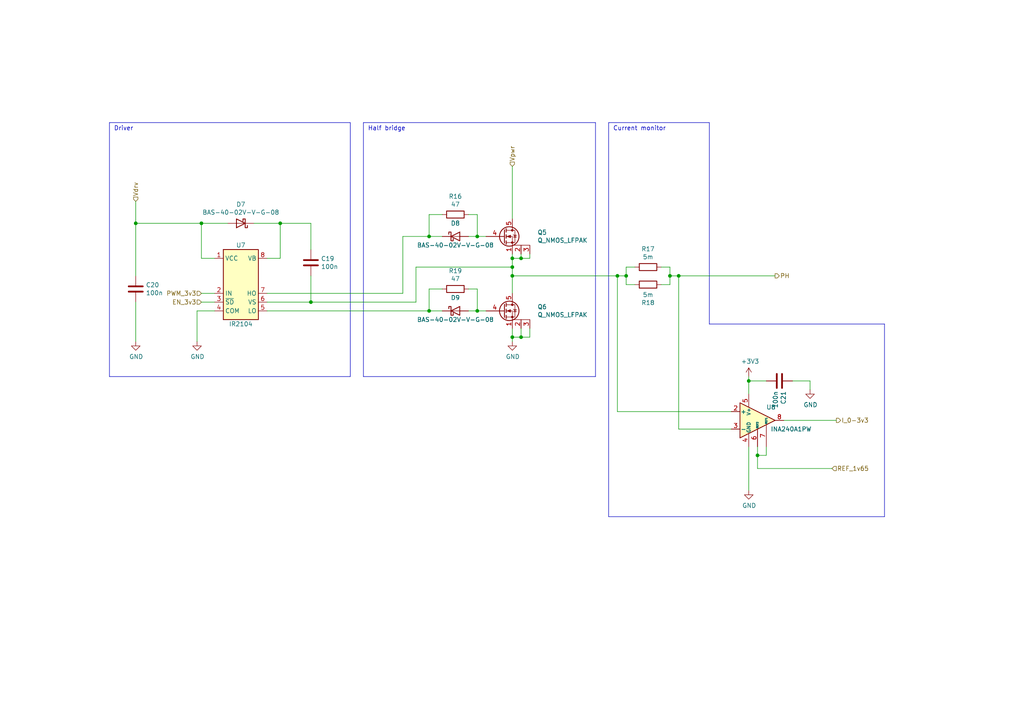
<source format=kicad_sch>
(kicad_sch (version 20230121) (generator eeschema)
  (paper "A4")
  (title_block (title "Canon") (rev "2019") (company "Cocobot") (comment 1 "Version originale: Brushless SSLv2 - R. Deniéport"))
  (lib_symbols
    (symbol "Amplifier_Current:INA240A1PW" (pin_names (offset 0.127))
      (property "Reference" "U" (at 3.81 3.81 0))
      (property "Value" "INA240A1PW" (at 3.81 -2.54 0))
      (symbol "INA240A1PW_0_1"
        (polyline (pts (xy 5.08 0) (xy -5.08 5.08) (xy -5.08 -5.08) (xy 5.08 0)) (stroke (width 0.254)) (fill (type background)))
      )
      (symbol "INA240A1PW_1_1"
        (pin passive line (at -2.54 -7.62 90) (length 3.81) hide (name "GND") (number "1"))
        (pin input line (at -7.62 2.54 0) (length 2.54) (name "+") (number "2"))
        (pin input line (at -7.62 -2.54 0) (length 2.54) (name "-") (number "3"))
        (pin power_in line (at -2.54 -7.62 90) (length 3.81) (name "GND") (number "4"))
        (pin power_in line (at -2.54 7.62 270) (length 3.81) (name "V+") (number "5"))
        (pin passive line (at 0 -7.62 90) (length 5.08) (name "REF2") (number "6"))
        (pin passive line (at 2.54 -7.62 90) (length 6.35) (name "REF1") (number "7"))
        (pin output line (at 7.62 0 180) (length 2.54) (name "~") (number "8"))
      )
    )
    (symbol "Device:C" (pin_numbers hide) (pin_names (offset 0.254))
      (property "Reference" "C" (at 0.635 2.54 0))
      (property "Value" "C" (at 0.635 -2.54 0))
      (symbol "C_0_1"
        (polyline (pts (xy -2.032 -0.762) (xy 2.032 -0.762)) (stroke (width 0.508)))
        (polyline (pts (xy -2.032 0.762) (xy 2.032 0.762)) (stroke (width 0.508)))
      )
      (symbol "C_1_1"
        (pin passive line (at 0 3.81 270) (length 2.794) (name "~") (number "1"))
        (pin passive line (at 0 -3.81 90) (length 2.794) (name "~") (number "2"))
      )
    )
    (symbol "Device:D_Schottky" (pin_numbers hide) (pin_names (offset 1.016) hide)
      (property "Reference" "D" (at 0 2.54 0))
      (property "Value" "D_Schottky" (at 0 -2.54 0))
      (symbol "D_Schottky_0_1"
        (polyline (pts (xy 1.27 0) (xy -1.27 0)))
        (polyline (pts (xy 1.27 1.27) (xy 1.27 -1.27) (xy -1.27 0) (xy 1.27 1.27)) (stroke (width 0.254)))
        (polyline (pts (xy -1.905 0.635) (xy -1.905 1.27) (xy -1.27 1.27) (xy -1.27 -1.27) (xy -0.635 -1.27) (xy -0.635 -0.635)) (stroke (width 0.254)))
      )
      (symbol "D_Schottky_1_1"
        (pin passive line (at -3.81 0 0) (length 2.54) (name "K") (number "1"))
        (pin passive line (at 3.81 0 180) (length 2.54) (name "A") (number "2"))
      )
    )
    (symbol "Device:R" (pin_numbers hide) (pin_names (offset 0))
      (property "Reference" "R" (at 2.032 0 90))
      (property "Value" "R" (at 0 0 90))
      (symbol "R_0_1"
        (rectangle (start -1.016 -2.54) (end 1.016 2.54) (stroke (width 0.254)))
      )
      (symbol "R_1_1"
        (pin passive line (at 0 3.81 270) (length 1.27) (name "~") (number "1"))
        (pin passive line (at 0 -3.81 90) (length 1.27) (name "~") (number "2"))
      )
    )
    (symbol "canon_2019-rescue:IR2104-Driver_FET"
      (property "Reference" "U" (at 0 13.335 0))
      (property "Value" "Driver_FET:IR2104" (at 0 11.43 0))
      (symbol "IR2104-Driver_FET_0_1"
        (rectangle (start -5.08 -10.16) (end 5.08 10.16) (stroke (width 0.254)) (fill (type background)))
      )
      (symbol "IR2104-Driver_FET_1_1"
        (pin power_in line (at -7.62 7.62 0) (length 2.54) (name "VCC") (number "1"))
        (pin input line (at -7.62 -2.54 0) (length 2.54) (name "IN") (number "2"))
        (pin input line (at -7.62 -5.08 0) (length 2.54) (name "~{SD}") (number "3"))
        (pin power_in line (at -7.62 -7.62 0) (length 2.54) (name "COM") (number "4"))
        (pin output line (at 7.62 -7.62 180) (length 2.54) (name "LO") (number "5"))
        (pin passive line (at 7.62 -5.08 180) (length 2.54) (name "VS") (number "6"))
        (pin output line (at 7.62 -2.54 180) (length 2.54) (name "HO") (number "7"))
        (pin passive line (at 7.62 7.62 180) (length 2.54) (name "VB") (number "8"))
      )
    )
    (symbol "canon_2019-rescue:Q_NMOS_LFPAK-espitall" (pin_names (offset 0) hide)
      (property "Reference" "Q" (at 5.08 1.27 0))
      (property "Value" "espitall:Q_NMOS_LFPAK" (at 5.08 -1.27 0))
      (symbol "Q_NMOS_LFPAK-espitall_0_1"
        (polyline (pts (xy 0.0508 0) (xy 0.254 0)))
        (polyline (pts (xy 0.762 -1.778) (xy 2.54 -1.778)))
        (polyline (pts (xy 0.762 -1.27) (xy 0.762 -2.286)) (stroke (width 0.254)))
        (polyline (pts (xy 0.762 0) (xy 2.54 0)))
        (polyline (pts (xy 0.762 0.508) (xy 0.762 -0.508)) (stroke (width 0.254)))
        (polyline (pts (xy 0.762 1.778) (xy 2.54 1.778)))
        (polyline (pts (xy 0.762 2.286) (xy 0.762 1.27)) (stroke (width 0.254)))
        (polyline (pts (xy 2.54 -2.54) (xy 5.08 -2.54)))
        (polyline (pts (xy 2.54 -1.778) (xy 2.54 -2.54)))
        (polyline (pts (xy 2.54 -1.778) (xy 2.54 0)))
        (polyline (pts (xy 2.54 2.54) (xy 2.54 1.778)))
        (polyline (pts (xy 5.08 -2.54) (xy 7.62 -2.54)))
        (polyline (pts (xy 0.254 1.905) (xy 0.254 -1.905) (xy 0.254 -1.905)) (stroke (width 0.254)))
        (polyline (pts (xy 1.016 0) (xy 2.032 0.381) (xy 2.032 -0.381) (xy 1.016 0)) (fill (type outline)))
        (polyline (pts (xy 2.54 -1.778) (xy 3.302 -1.778) (xy 3.302 1.778) (xy 2.54 1.778)))
        (polyline (pts (xy 2.794 0.508) (xy 2.921 0.381) (xy 3.683 0.381) (xy 3.81 0.254)))
        (polyline (pts (xy 3.302 0.381) (xy 2.921 -0.254) (xy 3.683 -0.254) (xy 3.302 0.381)))
        (circle (center 1.651 0) (radius 2.8194) (stroke (width 0.254)))
        (circle (center 2.54 -1.778) (radius 0.2794) (fill (type outline)))
        (circle (center 2.54 1.778) (radius 0.2794) (fill (type outline)))
      )
      (symbol "Q_NMOS_LFPAK-espitall_1_1"
        (pin passive line (at 2.54 -5.08 90) (length 2.54) (name "S") (number "1"))
        (pin passive line (at 5.08 -5.08 90) (length 2.54) (name "D") (number "2"))
        (pin passive line (at 7.62 -5.08 90) (length 2.54) (name "D") (number "3"))
        (pin input line (at -5.08 0 0) (length 5.08) (name "G") (number "4"))
        (pin passive line (at 2.54 5.08 270) (length 2.54) (name "D") (number "5"))
      )
    )
    (symbol "power:+3V3" (power) (pin_names (offset 0))
      (property "Value" "+3V3" (at 0 3.556 0))
      (symbol "+3V3_0_1"
        (polyline (pts (xy -0.762 1.27) (xy 0 2.54)))
        (polyline (pts (xy 0 0) (xy 0 2.54)))
        (polyline (pts (xy 0 2.54) (xy 0.762 1.27)))
      )
      (symbol "+3V3_1_1"
        (pin power_in line (at 0 0 90) (length 0) hide (name "+3V3") (number "1"))
      )
    )
    (symbol "power:GND" (power) (pin_names (offset 0))
      (property "Value" "GND" (at 0 -3.81 0))
      (symbol "GND_0_1"
        (polyline (pts (xy 0 0) (xy 0 -1.27) (xy 1.27 -1.27) (xy 0 -2.54) (xy -1.27 -1.27) (xy 0 -1.27)))
      )
      (symbol "GND_1_1"
        (pin power_in line (at 0 0 270) (length 0) hide (name "GND") (number "1"))
      )
    )
  )
  (junction (at 58.42 64.77))
  (junction (at 148.59 97.79))
  (junction (at 81.28 64.77))
  (junction (at 39.37 64.77))
  (junction (at 217.17 110.49))
  (junction (at 151.13 74.93))
  (junction (at 181.61 80.01))
  (junction (at 138.43 90.17))
  (junction (at 148.59 77.47))
  (junction (at 138.43 68.58))
  (junction (at 90.17 87.63))
  (junction (at 124.46 68.58))
  (junction (at 151.13 97.79))
  (junction (at 194.31 80.01))
  (junction (at 196.85 80.01))
  (junction (at 148.59 74.93))
  (junction (at 124.46 90.17))
  (junction (at 148.59 80.01))
  (junction (at 219.71 132.08))
  (junction (at 179.07 80.01))
  (polyline (pts (xy 205.74 35.56) (xy 176.53 35.56)))
  (wire (pts (xy 138.43 62.23) (xy 138.43 68.58)))
  (wire (pts (xy 151.13 73.66) (xy 151.13 74.93)))
  (wire (pts (xy 39.37 58.42) (xy 39.37 64.77)))
  (wire (pts (xy 57.15 99.06) (xy 57.15 90.17)))
  (polyline (pts (xy 205.74 93.98) (xy 205.74 35.56)))
  (wire (pts (xy 179.07 80.01) (xy 148.59 80.01)))
  (polyline (pts (xy 105.41 35.56) (xy 105.41 109.22)))
  (wire (pts (xy 128.27 83.82) (xy 124.46 83.82)))
  (wire (pts (xy 120.65 77.47) (xy 148.59 77.47)))
  (polyline (pts (xy 31.75 35.56) (xy 101.6 35.56)))
  (wire (pts (xy 138.43 68.58) (xy 135.89 68.58)))
  (wire (pts (xy 219.71 129.54) (xy 219.71 132.08)))
  (wire (pts (xy 151.13 97.79) (xy 151.13 95.25)))
  (wire (pts (xy 196.85 80.01) (xy 224.79 80.01)))
  (wire (pts (xy 179.07 119.38) (xy 179.07 80.01)))
  (wire (pts (xy 234.95 113.03) (xy 234.95 110.49)))
  (wire (pts (xy 148.59 77.47) (xy 148.59 80.01)))
  (wire (pts (xy 39.37 64.77) (xy 39.37 80.01)))
  (wire (pts (xy 58.42 64.77) (xy 39.37 64.77)))
  (polyline (pts (xy 101.6 35.56) (xy 101.6 109.22)))
  (wire (pts (xy 148.59 97.79) (xy 148.59 95.25)))
  (wire (pts (xy 135.89 83.82) (xy 138.43 83.82)))
  (polyline (pts (xy 172.72 35.56) (xy 105.41 35.56)))
  (wire (pts (xy 219.71 132.08) (xy 219.71 135.89)))
  (wire (pts (xy 194.31 77.47) (xy 194.31 80.01)))
  (wire (pts (xy 153.67 74.93) (xy 153.67 73.66)))
  (wire (pts (xy 58.42 85.09) (xy 62.23 85.09)))
  (polyline (pts (xy 101.6 109.22) (xy 31.75 109.22)))
  (polyline (pts (xy 105.41 109.22) (xy 172.72 109.22)))
  (wire (pts (xy 151.13 74.93) (xy 153.67 74.93)))
  (wire (pts (xy 196.85 124.46) (xy 212.09 124.46)))
  (wire (pts (xy 181.61 77.47) (xy 181.61 80.01)))
  (wire (pts (xy 128.27 90.17) (xy 124.46 90.17)))
  (wire (pts (xy 77.47 74.93) (xy 81.28 74.93)))
  (wire (pts (xy 120.65 87.63) (xy 120.65 77.47)))
  (wire (pts (xy 81.28 64.77) (xy 90.17 64.77)))
  (wire (pts (xy 140.97 90.17) (xy 138.43 90.17)))
  (wire (pts (xy 148.59 80.01) (xy 148.59 85.09)))
  (polyline (pts (xy 256.54 149.86) (xy 256.54 93.98)))
  (wire (pts (xy 151.13 74.93) (xy 148.59 74.93)))
  (wire (pts (xy 116.84 68.58) (xy 124.46 68.58)))
  (wire (pts (xy 212.09 119.38) (xy 179.07 119.38)))
  (wire (pts (xy 191.77 77.47) (xy 194.31 77.47)))
  (wire (pts (xy 194.31 80.01) (xy 194.31 82.55)))
  (wire (pts (xy 181.61 82.55) (xy 181.61 80.01)))
  (wire (pts (xy 90.17 80.01) (xy 90.17 87.63)))
  (polyline (pts (xy 31.75 109.22) (xy 31.75 35.56)))
  (wire (pts (xy 148.59 74.93) (xy 148.59 77.47)))
  (wire (pts (xy 217.17 110.49) (xy 217.17 114.3)))
  (wire (pts (xy 217.17 142.24) (xy 217.17 129.54)))
  (wire (pts (xy 184.15 82.55) (xy 181.61 82.55)))
  (wire (pts (xy 135.89 62.23) (xy 138.43 62.23)))
  (wire (pts (xy 90.17 64.77) (xy 90.17 72.39)))
  (wire (pts (xy 81.28 64.77) (xy 73.66 64.77)))
  (wire (pts (xy 77.47 85.09) (xy 116.84 85.09)))
  (wire (pts (xy 148.59 73.66) (xy 148.59 74.93)))
  (polyline (pts (xy 176.53 149.86) (xy 256.54 149.86)))
  (wire (pts (xy 81.28 74.93) (xy 81.28 64.77)))
  (wire (pts (xy 234.95 110.49) (xy 229.87 110.49)))
  (wire (pts (xy 194.31 82.55) (xy 191.77 82.55)))
  (wire (pts (xy 184.15 77.47) (xy 181.61 77.47)))
  (wire (pts (xy 222.25 129.54) (xy 222.25 132.08)))
  (polyline (pts (xy 172.72 109.22) (xy 172.72 35.56)))
  (wire (pts (xy 124.46 62.23) (xy 124.46 68.58)))
  (wire (pts (xy 128.27 62.23) (xy 124.46 62.23)))
  (wire (pts (xy 219.71 135.89) (xy 241.3 135.89)))
  (wire (pts (xy 217.17 109.22) (xy 217.17 110.49)))
  (wire (pts (xy 148.59 99.06) (xy 148.59 97.79)))
  (wire (pts (xy 196.85 80.01) (xy 196.85 124.46)))
  (wire (pts (xy 124.46 90.17) (xy 77.47 90.17)))
  (wire (pts (xy 116.84 85.09) (xy 116.84 68.58)))
  (wire (pts (xy 128.27 68.58) (xy 124.46 68.58)))
  (wire (pts (xy 62.23 74.93) (xy 58.42 74.93)))
  (wire (pts (xy 153.67 97.79) (xy 153.67 95.25)))
  (wire (pts (xy 148.59 63.5) (xy 148.59 48.26)))
  (wire (pts (xy 194.31 80.01) (xy 196.85 80.01)))
  (wire (pts (xy 58.42 74.93) (xy 58.42 64.77)))
  (polyline (pts (xy 256.54 93.98) (xy 205.74 93.98)))
  (wire (pts (xy 222.25 132.08) (xy 219.71 132.08)))
  (wire (pts (xy 58.42 87.63) (xy 62.23 87.63)))
  (wire (pts (xy 90.17 87.63) (xy 77.47 87.63)))
  (wire (pts (xy 138.43 90.17) (xy 135.89 90.17)))
  (wire (pts (xy 39.37 99.06) (xy 39.37 87.63)))
  (wire (pts (xy 222.25 110.49) (xy 217.17 110.49)))
  (wire (pts (xy 151.13 97.79) (xy 153.67 97.79)))
  (wire (pts (xy 138.43 83.82) (xy 138.43 90.17)))
  (wire (pts (xy 148.59 97.79) (xy 151.13 97.79)))
  (wire (pts (xy 124.46 83.82) (xy 124.46 90.17)))
  (wire (pts (xy 90.17 87.63) (xy 120.65 87.63)))
  (wire (pts (xy 66.04 64.77) (xy 58.42 64.77)))
  (wire (pts (xy 140.97 68.58) (xy 138.43 68.58)))
  (wire (pts (xy 181.61 80.01) (xy 179.07 80.01)))
  (wire (pts (xy 227.33 121.92) (xy 242.57 121.92)))
  (wire (pts (xy 57.15 90.17) (xy 62.23 90.17)))
  (polyline (pts (xy 176.53 35.56) (xy 176.53 149.86)))
  (text "Half bridge" (at 106.68 38.1 0) (effects (font (size 1.27 1.27)) (justify left bottom)))
  (text "Current monitor" (at 177.8 38.1 0) (effects (font (size 1.27 1.27)) (justify left bottom)))
  (text "Driver\n" (at 33.02 38.1 0) (effects (font (size 1.27 1.27)) (justify left bottom)))
  (hierarchical_label "EN_3v3" (shape input) (at 58.42 87.63 180))
  (hierarchical_label "Vpwr" (shape input) (at 148.59 48.26 90))
  (hierarchical_label "PWM_3v3" (shape input) (at 58.42 85.09 180))
  (hierarchical_label "Vdrv" (shape input) (at 39.37 58.42 90))
  (hierarchical_label "PH" (shape output) (at 224.79 80.01 0))
  (hierarchical_label "REF_1v65" (shape input) (at 241.3 135.89 0))
  (hierarchical_label "I_0-3v3" (shape output) (at 242.57 121.92 0))
  (symbol (lib_id "Device:R") (at 187.96 77.47 270) (unit 1)
    (property "Reference" "R17" (at 187.96 72.2122 90))
    (property "Value" "5m" (at 187.96 74.5236 90))
    (property "Footprint" "Resistors_SMD:R_1206" (effects hide))
    (instances (project "canon_2019" (path "" (reference "R17") (unit 1)) (path "" (reference "R13") (unit 1)) (path "" (reference "R21") (unit 1))))
  )
  (symbol (lib_id "Device:R") (at 187.96 82.55 90) (unit 1)
    (property "Reference" "R18" (at 187.96 87.8078 90))
    (property "Value" "5m" (at 187.96 85.4964 90))
    (property "Footprint" "Resistors_SMD:R_1206" (effects hide))
    (instances (project "canon_2019" (path "" (reference "R18") (unit 1)) (path "" (reference "R14") (unit 1)) (path "" (reference "R22") (unit 1))))
  )
  (symbol (lib_id "Amplifier_Current:INA240A1PW") (at 219.71 121.92 0) (unit 1)
    (property "Reference" "U8" (at 222.25 118.11 0) (effects (justify left)))
    (property "Value" "INA240A1PW" (at 223.52 124.46 0) (effects (justify left)))
    (property "Footprint" "Housings_SSOP:TSSOP-8_4.4x3mm_Pitch0.65mm" (effects hide))
    (property "Datasheet" "http://www.ti.com/lit/ds/symlink/ina240.pdf" (effects hide))
    (instances (project "canon_2019" (path "" (reference "U8") (unit 1)) (path "" (reference "U6") (unit 1)) (path "" (reference "U10") (unit 1))))
  )
  (symbol (lib_id "power:+3V3") (at 217.17 109.22 0) (unit 1)
    (property "Reference" "#PWR0147" (effects hide))
    (property "Value" "+3V3" (at 217.551 104.8258 0))
    (instances (project "canon_2019" (path "" (reference "#PWR0147") (unit 1)) (path "" (reference "#PWR0141") (unit 1)) (path "" (reference "#PWR0153") (unit 1))))
  )
  (symbol (lib_id "power:GND") (at 234.95 113.03 0) (unit 1)
    (property "Reference" "#PWR0148" (effects hide))
    (property "Value" "GND" (at 235.077 117.4242 0))
    (instances (project "canon_2019" (path "" (reference "#PWR0148") (unit 1)) (path "" (reference "#PWR0142") (unit 1)) (path "" (reference "#PWR0154") (unit 1))))
  )
  (symbol (lib_id "Device:C") (at 226.06 110.49 270) (unit 1)
    (property "Reference" "C21" (at 227.2284 113.411 0) (effects (justify left)))
    (property "Value" "100n" (at 224.917 113.411 0) (effects (justify left)))
    (property "Footprint" "espitall:C_0603" (effects hide))
    (instances (project "canon_2019" (path "" (reference "C21") (unit 1)) (path "" (reference "C18") (unit 1)) (path "" (reference "C24") (unit 1))))
  )
  (symbol (lib_id "power:GND") (at 217.17 142.24 0) (unit 1)
    (property "Reference" "#PWR0149" (effects hide))
    (property "Value" "GND" (at 217.297 146.6342 0))
    (instances (project "canon_2019" (path "" (reference "#PWR0149") (unit 1)) (path "" (reference "#PWR0143") (unit 1)) (path "" (reference "#PWR0155") (unit 1))))
  )
  (symbol (lib_id "canon_2019-rescue:IR2104-Driver_FET") (at 69.85 82.55 0) (unit 1)
    (property "Reference" "U7" (at 69.85 71.12 0))
    (property "Value" "IR2104" (at 69.85 93.98 0))
    (property "Footprint" "espitall:SOIC-8_3.9x4.9mm_Pitch1.27mm" (effects hide))
    (property "Datasheet" "https://www.infineon.com/dgdl/ir2104.pdf?fileId=5546d462533600a4015355c7c1c31671" (effects hide))
    (instances (project "canon_2019" (path "" (reference "U7") (unit 1)) (path "" (reference "U5") (unit 1)) (path "" (reference "U9") (unit 1))))
  )
  (symbol (lib_id "Device:C") (at 39.37 83.82 0) (unit 1)
    (property "Reference" "C20" (at 42.291 82.6516 0) (effects (justify left)))
    (property "Value" "100n" (at 42.291 84.963 0) (effects (justify left)))
    (property "Footprint" "espitall:C_0603" (effects hide))
    (instances (project "canon_2019" (path "" (reference "C20") (unit 1)) (path "" (reference "C17") (unit 1)) (path "" (reference "C23") (unit 1))))
  )
  (symbol (lib_id "power:GND") (at 39.37 99.06 0) (unit 1)
    (property "Reference" "#PWR0144" (effects hide))
    (property "Value" "GND" (at 39.497 103.4542 0))
    (instances (project "canon_2019" (path "" (reference "#PWR0144") (unit 1)) (path "" (reference "#PWR0138") (unit 1)) (path "" (reference "#PWR0150") (unit 1))))
  )
  (symbol (lib_id "power:GND") (at 57.15 99.06 0) (unit 1)
    (property "Reference" "#PWR0145" (effects hide))
    (property "Value" "GND" (at 57.277 103.4542 0))
    (instances (project "canon_2019" (path "" (reference "#PWR0145") (unit 1)) (path "" (reference "#PWR0139") (unit 1)) (path "" (reference "#PWR0151") (unit 1))))
  )
  (symbol (lib_id "Device:D_Schottky") (at 69.85 64.77 180) (unit 1)
    (property "Reference" "D7" (at 69.85 59.2836 0))
    (property "Value" "BAS-40-02V-V-G-08" (at 69.85 61.595 0))
    (property "Footprint" "Diodes_SMD:D_SOD-523" (effects hide))
    (instances (project "canon_2019" (path "" (reference "D7") (unit 1)) (path "" (reference "D4") (unit 1)) (path "" (reference "D10") (unit 1))))
  )
  (symbol (lib_id "Device:C") (at 90.17 76.2 0) (unit 1)
    (property "Reference" "C19" (at 93.091 75.0316 0) (effects (justify left)))
    (property "Value" "100n" (at 93.091 77.343 0) (effects (justify left)))
    (property "Footprint" "espitall:C_0603" (effects hide))
    (instances (project "canon_2019" (path "" (reference "C19") (unit 1)) (path "" (reference "C16") (unit 1)) (path "" (reference "C22") (unit 1))))
  )
  (symbol (lib_id "canon_2019-rescue:Q_NMOS_LFPAK-espitall") (at 146.05 68.58 0) (unit 1)
    (property "Reference" "Q5" (at 155.8798 67.4116 0) (effects (justify left)))
    (property "Value" "Q_NMOS_LFPAK" (at 155.8798 69.723 0) (effects (justify left)))
    (property "Footprint" "TO_SOT_Packages_SMD:SOT-669_LFPAK" (effects hide))
    (instances (project "canon_2019" (path "" (reference "Q5") (unit 1)) (path "" (reference "Q3") (unit 1)) (path "" (reference "Q7") (unit 1))))
  )
  (symbol (lib_id "canon_2019-rescue:Q_NMOS_LFPAK-espitall") (at 146.05 90.17 0) (unit 1)
    (property "Reference" "Q6" (at 155.8798 89.0016 0) (effects (justify left)))
    (property "Value" "Q_NMOS_LFPAK" (at 155.8798 91.313 0) (effects (justify left)))
    (property "Footprint" "TO_SOT_Packages_SMD:SOT-669_LFPAK" (effects hide))
    (instances (project "canon_2019" (path "" (reference "Q6") (unit 1)) (path "" (reference "Q4") (unit 1)) (path "" (reference "Q8") (unit 1))))
  )
  (symbol (lib_id "power:GND") (at 148.59 99.06 0) (unit 1)
    (property "Reference" "#PWR0146" (effects hide))
    (property "Value" "GND" (at 148.717 103.4542 0))
    (instances (project "canon_2019" (path "" (reference "#PWR0146") (unit 1)) (path "" (reference "#PWR0140") (unit 1)) (path "" (reference "#PWR0152") (unit 1))))
  )
  (symbol (lib_id "Device:D_Schottky") (at 132.08 90.17 0) (unit 1)
    (property "Reference" "D9" (at 132.08 86.36 0))
    (property "Value" "BAS-40-02V-V-G-08" (at 132.08 92.71 0))
    (property "Footprint" "Diodes_SMD:D_SOD-523" (effects hide))
    (instances (project "canon_2019" (path "" (reference "D9") (unit 1)) (path "" (reference "D6") (unit 1)) (path "" (reference "D12") (unit 1))))
  )
  (symbol (lib_id "Device:R") (at 132.08 83.82 270) (unit 1)
    (property "Reference" "R19" (at 132.08 78.5622 90))
    (property "Value" "47" (at 132.08 80.8736 90))
    (property "Footprint" "espitall:R_0603" (effects hide))
    (instances (project "canon_2019" (path "" (reference "R19") (unit 1)) (path "" (reference "R15") (unit 1)) (path "" (reference "R23") (unit 1))))
  )
  (symbol (lib_id "Device:D_Schottky") (at 132.08 68.58 0) (unit 1)
    (property "Reference" "D8" (at 132.08 64.77 0))
    (property "Value" "BAS-40-02V-V-G-08" (at 132.08 71.12 0))
    (property "Footprint" "Diodes_SMD:D_SOD-523" (effects hide))
    (instances (project "canon_2019" (path "" (reference "D8") (unit 1)) (path "" (reference "D5") (unit 1)) (path "" (reference "D11") (unit 1))))
  )
  (symbol (lib_id "Device:R") (at 132.08 62.23 270) (unit 1)
    (property "Reference" "R16" (at 132.08 56.9722 90))
    (property "Value" "47" (at 132.08 59.2836 90))
    (property "Footprint" "espitall:R_0603" (effects hide))
    (instances (project "canon_2019" (path "" (reference "R16") (unit 1)) (path "" (reference "R12") (unit 1)) (path "" (reference "R20") (unit 1))))
  )
)
</source>
